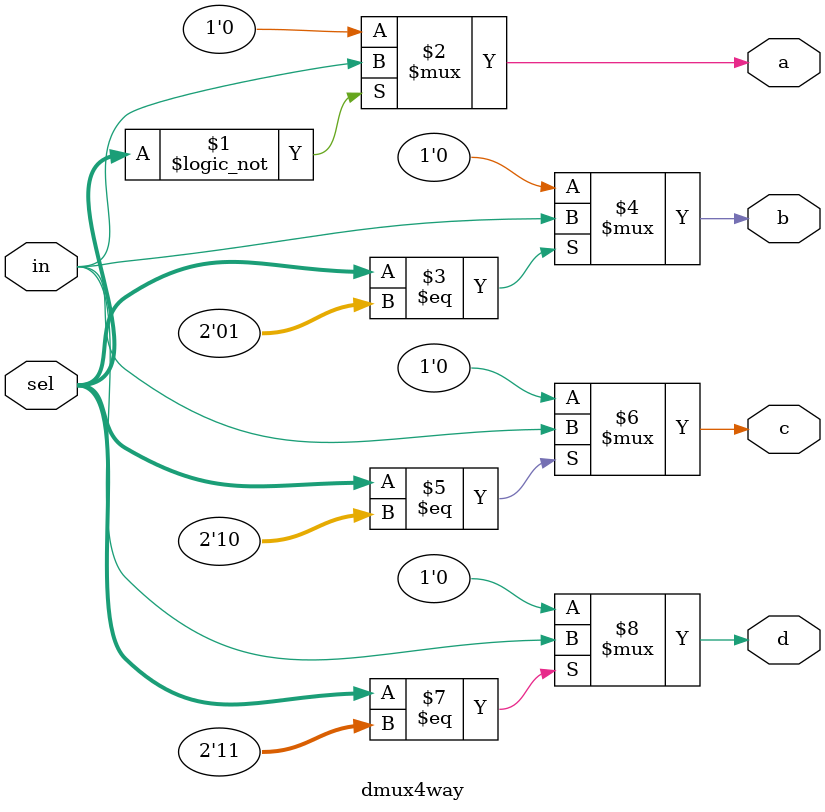
<source format=v>
module dmux4way(
    input in,
    input [1:0] sel,
    output a,
    output b,
    output c,
    output d
);
    // Demultiplexador de 1 para 4
    // A entrada 'in' é direcionada para uma das 4 saídas (a, b, c, d)
    // conforme o valor de 'sel'. As outras saídas são 0.
    
    assign a = (sel == 2'b00) ? in : 1'b0;
    assign b = (sel == 2'b01) ? in : 1'b0;
    assign c = (sel == 2'b10) ? in : 1'b0;
    assign d = (sel == 2'b11) ? in : 1'b0;

endmodule
</source>
